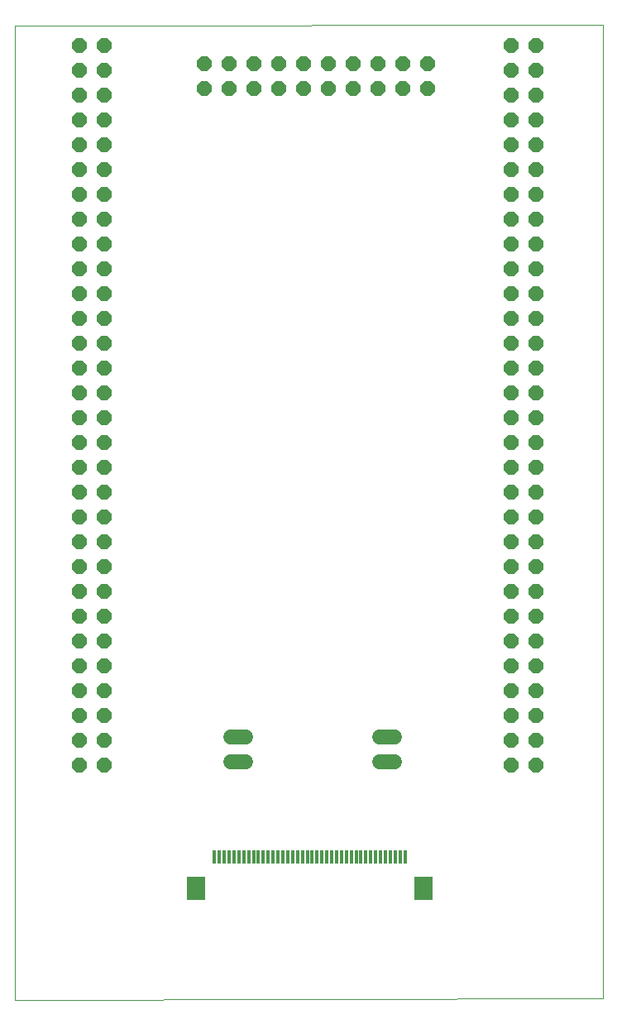
<source format=gts>
G75*
%MOIN*%
%OFA0B0*%
%FSLAX25Y25*%
%IPPOS*%
%LPD*%
%AMOC8*
5,1,8,0,0,1.08239X$1,22.5*
%
%ADD10C,0.00000*%
%ADD11C,0.06000*%
%ADD12OC8,0.06000*%
%ADD13R,0.01575X0.05512*%
%ADD14R,0.07480X0.09252*%
D10*
X0001739Y0002810D02*
X0001739Y0395311D01*
X0238660Y0395811D01*
X0238660Y0003310D01*
X0001739Y0002810D01*
D11*
X0088721Y0098532D02*
X0094721Y0098532D01*
X0094721Y0108532D02*
X0088721Y0108532D01*
X0148682Y0108532D02*
X0154682Y0108532D01*
X0154682Y0098532D02*
X0148682Y0098532D01*
D12*
X0201957Y0097312D03*
X0201957Y0107312D03*
X0201957Y0117312D03*
X0201957Y0127312D03*
X0201957Y0137312D03*
X0201957Y0147312D03*
X0201957Y0157312D03*
X0201957Y0167312D03*
X0201957Y0177312D03*
X0201957Y0187312D03*
X0201957Y0197312D03*
X0201957Y0207312D03*
X0201957Y0217312D03*
X0201957Y0227312D03*
X0201957Y0237312D03*
X0201957Y0247312D03*
X0201957Y0257312D03*
X0201957Y0267312D03*
X0201957Y0277312D03*
X0201957Y0287312D03*
X0201957Y0297312D03*
X0201957Y0307312D03*
X0201957Y0317312D03*
X0201957Y0327312D03*
X0201957Y0337312D03*
X0201957Y0347312D03*
X0201957Y0357312D03*
X0201957Y0367312D03*
X0201957Y0377312D03*
X0201957Y0387312D03*
X0211957Y0387312D03*
X0211957Y0377312D03*
X0211957Y0367312D03*
X0211957Y0357312D03*
X0211957Y0347312D03*
X0211957Y0337312D03*
X0211957Y0327312D03*
X0211957Y0317312D03*
X0211957Y0307312D03*
X0211957Y0297312D03*
X0211957Y0287312D03*
X0211957Y0277312D03*
X0211957Y0267312D03*
X0211957Y0257312D03*
X0211957Y0247312D03*
X0211957Y0237312D03*
X0211957Y0227312D03*
X0211957Y0217312D03*
X0211957Y0207312D03*
X0211957Y0197312D03*
X0211957Y0187312D03*
X0211957Y0177312D03*
X0211957Y0167312D03*
X0211957Y0157312D03*
X0211957Y0147312D03*
X0211957Y0137312D03*
X0211957Y0127312D03*
X0211957Y0117312D03*
X0211957Y0107312D03*
X0211957Y0097312D03*
X0168139Y0369910D03*
X0168139Y0379910D03*
X0158139Y0379910D03*
X0158139Y0369910D03*
X0148139Y0369910D03*
X0148139Y0379910D03*
X0138139Y0379910D03*
X0138139Y0369910D03*
X0128139Y0369910D03*
X0128139Y0379910D03*
X0118139Y0379910D03*
X0118139Y0369910D03*
X0108139Y0369910D03*
X0108139Y0379910D03*
X0098139Y0379910D03*
X0098139Y0369910D03*
X0088139Y0369910D03*
X0088139Y0379910D03*
X0078139Y0379910D03*
X0078139Y0369910D03*
X0037784Y0367312D03*
X0037784Y0377312D03*
X0037784Y0387312D03*
X0027784Y0387312D03*
X0027784Y0377312D03*
X0027784Y0367312D03*
X0027784Y0357312D03*
X0027784Y0347312D03*
X0027784Y0337312D03*
X0027784Y0327312D03*
X0027784Y0317312D03*
X0027784Y0307312D03*
X0027784Y0297312D03*
X0027784Y0287312D03*
X0027784Y0277312D03*
X0027784Y0267312D03*
X0027784Y0257312D03*
X0027784Y0247312D03*
X0027784Y0237312D03*
X0027784Y0227312D03*
X0027784Y0217312D03*
X0027784Y0207312D03*
X0027784Y0197312D03*
X0027784Y0187312D03*
X0027784Y0177312D03*
X0027784Y0167312D03*
X0027784Y0157312D03*
X0027784Y0147312D03*
X0027784Y0137312D03*
X0027784Y0127312D03*
X0027784Y0117312D03*
X0027784Y0107312D03*
X0027784Y0097312D03*
X0037784Y0097312D03*
X0037784Y0107312D03*
X0037784Y0117312D03*
X0037784Y0127312D03*
X0037784Y0137312D03*
X0037784Y0147312D03*
X0037784Y0157312D03*
X0037784Y0167312D03*
X0037784Y0177312D03*
X0037784Y0187312D03*
X0037784Y0197312D03*
X0037784Y0207312D03*
X0037784Y0217312D03*
X0037784Y0227312D03*
X0037784Y0237312D03*
X0037784Y0247312D03*
X0037784Y0257312D03*
X0037784Y0267312D03*
X0037784Y0277312D03*
X0037784Y0287312D03*
X0037784Y0297312D03*
X0037784Y0307312D03*
X0037784Y0317312D03*
X0037784Y0327312D03*
X0037784Y0337312D03*
X0037784Y0347312D03*
X0037784Y0357312D03*
D13*
X0082253Y0060406D03*
X0084221Y0060406D03*
X0086190Y0060406D03*
X0088158Y0060406D03*
X0090127Y0060406D03*
X0092095Y0060406D03*
X0094064Y0060406D03*
X0096032Y0060406D03*
X0098001Y0060406D03*
X0099969Y0060406D03*
X0101938Y0060406D03*
X0103906Y0060406D03*
X0105875Y0060406D03*
X0107843Y0060406D03*
X0109812Y0060406D03*
X0111780Y0060406D03*
X0113749Y0060406D03*
X0115717Y0060406D03*
X0117686Y0060406D03*
X0119654Y0060406D03*
X0121623Y0060406D03*
X0123591Y0060406D03*
X0125560Y0060406D03*
X0127528Y0060406D03*
X0129497Y0060406D03*
X0131465Y0060406D03*
X0133434Y0060406D03*
X0135402Y0060406D03*
X0137371Y0060406D03*
X0139339Y0060406D03*
X0141308Y0060406D03*
X0143276Y0060406D03*
X0145245Y0060406D03*
X0147213Y0060406D03*
X0149182Y0060406D03*
X0151150Y0060406D03*
X0153119Y0060406D03*
X0155087Y0060406D03*
X0157056Y0060406D03*
X0159024Y0060406D03*
D14*
X0166505Y0047610D03*
X0074772Y0047610D03*
M02*

</source>
